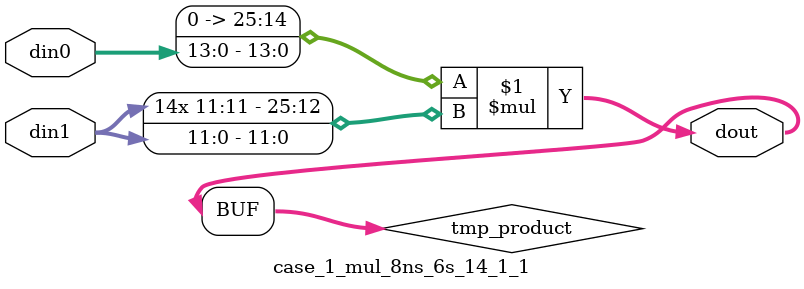
<source format=v>

`timescale 1 ns / 1 ps

 (* use_dsp = "no" *)  module case_1_mul_8ns_6s_14_1_1(din0, din1, dout);
parameter ID = 1;
parameter NUM_STAGE = 0;
parameter din0_WIDTH = 14;
parameter din1_WIDTH = 12;
parameter dout_WIDTH = 26;

input [din0_WIDTH - 1 : 0] din0; 
input [din1_WIDTH - 1 : 0] din1; 
output [dout_WIDTH - 1 : 0] dout;

wire signed [dout_WIDTH - 1 : 0] tmp_product;

























assign tmp_product = $signed({1'b0, din0}) * $signed(din1);










assign dout = tmp_product;





















endmodule

</source>
